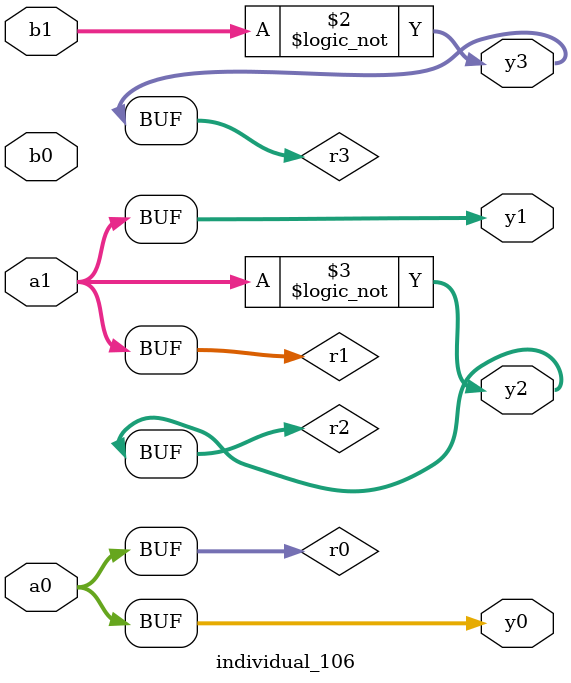
<source format=sv>
module individual_106(input logic [15:0] a1, input logic [15:0] a0, input logic [15:0] b1, input logic [15:0] b0, output logic [15:0] y3, output logic [15:0] y2, output logic [15:0] y1, output logic [15:0] y0);
logic [15:0] r0, r1, r2, r3; 
 always@(*) begin 
	 r0 = a0; r1 = a1; r2 = b0; r3 = b1; 
 	 r3 = ! r3 ;
 	 r2 = ! a1 ;
 	 y3 = r3; y2 = r2; y1 = r1; y0 = r0; 
end
endmodule
</source>
